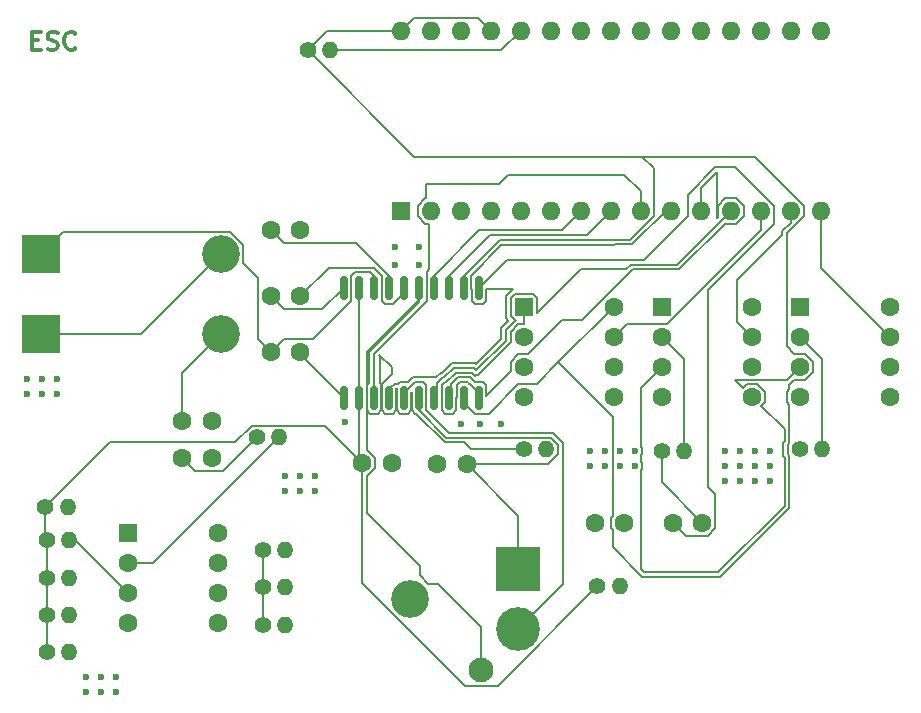
<source format=gbr>
%TF.GenerationSoftware,KiCad,Pcbnew,9.0.1*%
%TF.CreationDate,2025-05-22T16:31:06+05:30*%
%TF.ProjectId,escDesign,65736344-6573-4696-976e-2e6b69636164,rev?*%
%TF.SameCoordinates,Original*%
%TF.FileFunction,Copper,L1,Top*%
%TF.FilePolarity,Positive*%
%FSLAX46Y46*%
G04 Gerber Fmt 4.6, Leading zero omitted, Abs format (unit mm)*
G04 Created by KiCad (PCBNEW 9.0.1) date 2025-05-22 16:31:06*
%MOMM*%
%LPD*%
G01*
G04 APERTURE LIST*
G04 Aperture macros list*
%AMRoundRect*
0 Rectangle with rounded corners*
0 $1 Rounding radius*
0 $2 $3 $4 $5 $6 $7 $8 $9 X,Y pos of 4 corners*
0 Add a 4 corners polygon primitive as box body*
4,1,4,$2,$3,$4,$5,$6,$7,$8,$9,$2,$3,0*
0 Add four circle primitives for the rounded corners*
1,1,$1+$1,$2,$3*
1,1,$1+$1,$4,$5*
1,1,$1+$1,$6,$7*
1,1,$1+$1,$8,$9*
0 Add four rect primitives between the rounded corners*
20,1,$1+$1,$2,$3,$4,$5,0*
20,1,$1+$1,$4,$5,$6,$7,0*
20,1,$1+$1,$6,$7,$8,$9,0*
20,1,$1+$1,$8,$9,$2,$3,0*%
G04 Aperture macros list end*
%ADD10C,0.300000*%
%TA.AperFunction,NonConductor*%
%ADD11C,0.300000*%
%TD*%
%TA.AperFunction,ComponentPad*%
%ADD12C,1.400000*%
%TD*%
%TA.AperFunction,ComponentPad*%
%ADD13O,1.400000X1.400000*%
%TD*%
%TA.AperFunction,ComponentPad*%
%ADD14C,1.600000*%
%TD*%
%TA.AperFunction,ComponentPad*%
%ADD15RoundRect,0.250000X-0.550000X-0.550000X0.550000X-0.550000X0.550000X0.550000X-0.550000X0.550000X0*%
%TD*%
%TA.AperFunction,ComponentPad*%
%ADD16R,3.200000X3.200000*%
%TD*%
%TA.AperFunction,ComponentPad*%
%ADD17O,3.200000X3.200000*%
%TD*%
%TA.AperFunction,ComponentPad*%
%ADD18R,1.600000X1.600000*%
%TD*%
%TA.AperFunction,ComponentPad*%
%ADD19O,1.600000X1.600000*%
%TD*%
%TA.AperFunction,ComponentPad*%
%ADD20R,3.700000X3.700000*%
%TD*%
%TA.AperFunction,ComponentPad*%
%ADD21C,3.700000*%
%TD*%
%TA.AperFunction,ComponentPad*%
%ADD22C,2.100000*%
%TD*%
%TA.AperFunction,ComponentPad*%
%ADD23C,3.200000*%
%TD*%
%TA.AperFunction,SMDPad,CuDef*%
%ADD24RoundRect,0.150000X0.150000X-0.875000X0.150000X0.875000X-0.150000X0.875000X-0.150000X-0.875000X0*%
%TD*%
%TA.AperFunction,ViaPad*%
%ADD25C,0.600000*%
%TD*%
%TA.AperFunction,Conductor*%
%ADD26C,0.200000*%
%TD*%
G04 APERTURE END LIST*
D10*
D11*
X132507510Y-97944282D02*
X133007510Y-97944282D01*
X133221796Y-98729996D02*
X132507510Y-98729996D01*
X132507510Y-98729996D02*
X132507510Y-97229996D01*
X132507510Y-97229996D02*
X133221796Y-97229996D01*
X133793225Y-98658568D02*
X134007511Y-98729996D01*
X134007511Y-98729996D02*
X134364653Y-98729996D01*
X134364653Y-98729996D02*
X134507511Y-98658568D01*
X134507511Y-98658568D02*
X134578939Y-98587139D01*
X134578939Y-98587139D02*
X134650368Y-98444282D01*
X134650368Y-98444282D02*
X134650368Y-98301425D01*
X134650368Y-98301425D02*
X134578939Y-98158568D01*
X134578939Y-98158568D02*
X134507511Y-98087139D01*
X134507511Y-98087139D02*
X134364653Y-98015710D01*
X134364653Y-98015710D02*
X134078939Y-97944282D01*
X134078939Y-97944282D02*
X133936082Y-97872853D01*
X133936082Y-97872853D02*
X133864653Y-97801425D01*
X133864653Y-97801425D02*
X133793225Y-97658568D01*
X133793225Y-97658568D02*
X133793225Y-97515710D01*
X133793225Y-97515710D02*
X133864653Y-97372853D01*
X133864653Y-97372853D02*
X133936082Y-97301425D01*
X133936082Y-97301425D02*
X134078939Y-97229996D01*
X134078939Y-97229996D02*
X134436082Y-97229996D01*
X134436082Y-97229996D02*
X134650368Y-97301425D01*
X136150367Y-98587139D02*
X136078939Y-98658568D01*
X136078939Y-98658568D02*
X135864653Y-98729996D01*
X135864653Y-98729996D02*
X135721796Y-98729996D01*
X135721796Y-98729996D02*
X135507510Y-98658568D01*
X135507510Y-98658568D02*
X135364653Y-98515710D01*
X135364653Y-98515710D02*
X135293224Y-98372853D01*
X135293224Y-98372853D02*
X135221796Y-98087139D01*
X135221796Y-98087139D02*
X135221796Y-97872853D01*
X135221796Y-97872853D02*
X135293224Y-97587139D01*
X135293224Y-97587139D02*
X135364653Y-97444282D01*
X135364653Y-97444282D02*
X135507510Y-97301425D01*
X135507510Y-97301425D02*
X135721796Y-97229996D01*
X135721796Y-97229996D02*
X135864653Y-97229996D01*
X135864653Y-97229996D02*
X136078939Y-97301425D01*
X136078939Y-97301425D02*
X136150367Y-97372853D01*
D12*
%TO.P,R9,1*%
%TO.N,Net-(U7--)*%
X152003000Y-147422000D03*
D13*
%TO.P,R9,2*%
%TO.N,Net-(U2-OUT3)*%
X153903000Y-147422000D03*
%TD*%
D12*
%TO.P,R10,1*%
%TO.N,Net-(U2-OUT1)*%
X197490000Y-132588000D03*
D13*
%TO.P,R10,2*%
%TO.N,Net-(U9-+)*%
X199390000Y-132588000D03*
%TD*%
D14*
%TO.P,C3,1*%
%TO.N,+5V*%
X145181000Y-130175000D03*
%TO.P,C3,2*%
%TO.N,GND*%
X147681000Y-130175000D03*
%TD*%
%TO.P,C1,1*%
%TO.N,Net-(U2-SENSE1)*%
X160421000Y-133731000D03*
%TO.P,C1,2*%
%TO.N,GND*%
X162921000Y-133731000D03*
%TD*%
D15*
%TO.P,U10,1,GND*%
%TO.N,GND*%
X140589000Y-139700000D03*
D14*
%TO.P,U10,2,+*%
%TO.N,Net-(U10-+)*%
X140589000Y-142240000D03*
%TO.P,U10,3,-*%
%TO.N,Net-(U10--)*%
X140589000Y-144780000D03*
%TO.P,U10,4,V-*%
%TO.N,unconnected-(U10-V--Pad4)*%
X140589000Y-147320000D03*
%TO.P,U10,5,BAL*%
%TO.N,unconnected-(U10-BAL-Pad5)*%
X148209000Y-147320000D03*
%TO.P,U10,6,STRB*%
%TO.N,unconnected-(U10-STRB-Pad6)*%
X148209000Y-144780000D03*
%TO.P,U10,7*%
%TO.N,Net-(A2-D3)*%
X148209000Y-142240000D03*
%TO.P,U10,8,V+*%
%TO.N,+5V*%
X148209000Y-139700000D03*
%TD*%
D12*
%TO.P,R7,1*%
%TO.N,Net-(U7--)*%
X152003000Y-141122000D03*
D13*
%TO.P,R7,2*%
%TO.N,Net-(U2-OUT1)*%
X153903000Y-141122000D03*
%TD*%
D14*
%TO.P,C7,1*%
%TO.N,GND*%
X166771000Y-133858000D03*
%TO.P,C7,2*%
%TO.N,Net-(U2-OUT1)*%
X169271000Y-133858000D03*
%TD*%
D15*
%TO.P,U8,1,GND*%
%TO.N,GND*%
X174117000Y-120523000D03*
D14*
%TO.P,U8,2,+*%
%TO.N,Net-(U8-+)*%
X174117000Y-123063000D03*
%TO.P,U8,3,-*%
%TO.N,Net-(U7--)*%
X174117000Y-125603000D03*
%TO.P,U8,4,V-*%
%TO.N,unconnected-(U8-V--Pad4)*%
X174117000Y-128143000D03*
%TO.P,U8,5,BAL*%
%TO.N,unconnected-(U8-BAL-Pad5)*%
X181737000Y-128143000D03*
%TO.P,U8,6,STRB*%
%TO.N,unconnected-(U8-STRB-Pad6)*%
X181737000Y-125603000D03*
%TO.P,U8,7*%
%TO.N,Net-(A2-D10)*%
X181737000Y-123063000D03*
%TO.P,U8,8,V+*%
%TO.N,+5V*%
X181737000Y-120523000D03*
%TD*%
%TO.P,C9,1*%
%TO.N,GND*%
X180126000Y-138811000D03*
%TO.P,C9,2*%
%TO.N,Net-(U2-OUT3)*%
X182626000Y-138811000D03*
%TD*%
D16*
%TO.P,D1,1,K*%
%TO.N,Net-(D1-K)*%
X133223000Y-116059000D03*
D17*
%TO.P,D1,2,A*%
%TO.N,Net-(D1-A)*%
X148463000Y-116059000D03*
%TD*%
D12*
%TO.P,R2,1*%
%TO.N,Net-(U2-SENSE1)*%
X133736000Y-143433000D03*
D13*
%TO.P,R2,2*%
%TO.N,GND*%
X135636000Y-143433000D03*
%TD*%
D18*
%TO.P,A2,1,D1/TX*%
%TO.N,unconnected-(A2-D1{slash}TX-Pad1)*%
X163703000Y-112395000D03*
D19*
%TO.P,A2,2,D0/RX*%
%TO.N,unconnected-(A2-D0{slash}RX-Pad2)*%
X166243000Y-112395000D03*
%TO.P,A2,3,~{RESET}*%
%TO.N,unconnected-(A2-~{RESET}-Pad3)*%
X168783000Y-112395000D03*
%TO.P,A2,4,GND*%
%TO.N,GND*%
X171323000Y-112395000D03*
%TO.P,A2,5,D2*%
%TO.N,unconnected-(A2-D2-Pad5)*%
X173863000Y-112395000D03*
%TO.P,A2,6,D3*%
%TO.N,Net-(A2-D3)*%
X176403000Y-112395000D03*
%TO.P,A2,7,D4*%
%TO.N,/D4*%
X178943000Y-112395000D03*
%TO.P,A2,8,D5*%
%TO.N,/D5*%
X181483000Y-112395000D03*
%TO.P,A2,9,D6*%
%TO.N,/D6*%
X184023000Y-112395000D03*
%TO.P,A2,10,D7*%
%TO.N,/D7*%
X186563000Y-112395000D03*
%TO.P,A2,11,D8*%
%TO.N,/D8*%
X189103000Y-112395000D03*
%TO.P,A2,12,D9*%
%TO.N,/D9*%
X191643000Y-112395000D03*
%TO.P,A2,13,D10*%
%TO.N,Net-(A2-D10)*%
X194183000Y-112395000D03*
%TO.P,A2,14,D11*%
%TO.N,Net-(A2-D11)*%
X196723000Y-112395000D03*
%TO.P,A2,15,D12*%
%TO.N,Net-(A2-D12)*%
X199263000Y-112395000D03*
%TO.P,A2,16,D13*%
%TO.N,unconnected-(A2-D13-Pad16)*%
X199263000Y-97155000D03*
%TO.P,A2,17,3V3*%
%TO.N,unconnected-(A2-3V3-Pad17)*%
X196723000Y-97155000D03*
%TO.P,A2,18,AREF*%
%TO.N,unconnected-(A2-AREF-Pad18)*%
X194183000Y-97155000D03*
%TO.P,A2,19,A0*%
%TO.N,unconnected-(A2-A0-Pad19)*%
X191643000Y-97155000D03*
%TO.P,A2,20,A1*%
%TO.N,unconnected-(A2-A1-Pad20)*%
X189103000Y-97155000D03*
%TO.P,A2,21,A2*%
%TO.N,unconnected-(A2-A2-Pad21)*%
X186563000Y-97155000D03*
%TO.P,A2,22,A3*%
%TO.N,unconnected-(A2-A3-Pad22)*%
X184023000Y-97155000D03*
%TO.P,A2,23,A4*%
%TO.N,unconnected-(A2-A4-Pad23)*%
X181483000Y-97155000D03*
%TO.P,A2,24,A5*%
%TO.N,unconnected-(A2-A5-Pad24)*%
X178943000Y-97155000D03*
%TO.P,A2,25,A6*%
%TO.N,unconnected-(A2-A6-Pad25)*%
X176403000Y-97155000D03*
%TO.P,A2,26,A7*%
%TO.N,Net-(A2-A7)*%
X173863000Y-97155000D03*
%TO.P,A2,27,+5V*%
%TO.N,+5V*%
X171323000Y-97155000D03*
%TO.P,A2,28,~{RESET}*%
%TO.N,unconnected-(A2-~{RESET}-Pad28)*%
X168783000Y-97155000D03*
%TO.P,A2,29,GND*%
%TO.N,GND*%
X166243000Y-97155000D03*
%TO.P,A2,30,VIN*%
%TO.N,+5V*%
X163703000Y-97155000D03*
%TD*%
D15*
%TO.P,U9,1,GND*%
%TO.N,GND*%
X197485000Y-120523000D03*
D14*
%TO.P,U9,2,+*%
%TO.N,Net-(U9-+)*%
X197485000Y-123063000D03*
%TO.P,U9,3,-*%
%TO.N,Net-(U7--)*%
X197485000Y-125603000D03*
%TO.P,U9,4,V-*%
%TO.N,unconnected-(U9-V--Pad4)*%
X197485000Y-128143000D03*
%TO.P,U9,5,BAL*%
%TO.N,unconnected-(U9-BAL-Pad5)*%
X205105000Y-128143000D03*
%TO.P,U9,6,STRB*%
%TO.N,unconnected-(U9-STRB-Pad6)*%
X205105000Y-125603000D03*
%TO.P,U9,7*%
%TO.N,Net-(A2-D12)*%
X205105000Y-123063000D03*
%TO.P,U9,8,V+*%
%TO.N,+5V*%
X205105000Y-120523000D03*
%TD*%
D12*
%TO.P,R11,1*%
%TO.N,Net-(U2-OUT2)*%
X185785000Y-132715000D03*
D13*
%TO.P,R11,2*%
%TO.N,Net-(U7-+)*%
X187685000Y-132715000D03*
%TD*%
D12*
%TO.P,R5,1*%
%TO.N,Net-(U2-SENSE1)*%
X180345000Y-144145000D03*
D13*
%TO.P,R5,2*%
%TO.N,GND*%
X182245000Y-144145000D03*
%TD*%
D12*
%TO.P,R6,1*%
%TO.N,Net-(U2-SENSE1)*%
X133600000Y-137439000D03*
D13*
%TO.P,R6,2*%
%TO.N,GND*%
X135500000Y-137439000D03*
%TD*%
D16*
%TO.P,D2,1,K*%
%TO.N,Net-(D1-A)*%
X133223000Y-122809000D03*
D17*
%TO.P,D2,2,A*%
%TO.N,+5V*%
X148463000Y-122809000D03*
%TD*%
D12*
%TO.P,R8,1*%
%TO.N,Net-(U7--)*%
X152003000Y-144272000D03*
D13*
%TO.P,R8,2*%
%TO.N,Net-(U2-OUT2)*%
X153903000Y-144272000D03*
%TD*%
D12*
%TO.P,RV1,1,1*%
%TO.N,+5V*%
X155813000Y-98806000D03*
D13*
%TO.P,RV1,2,2*%
%TO.N,Net-(A2-A7)*%
X157713000Y-98806000D03*
%TD*%
D15*
%TO.P,U7,1,GND*%
%TO.N,GND*%
X185806000Y-120523000D03*
D14*
%TO.P,U7,2,+*%
%TO.N,Net-(U7-+)*%
X185806000Y-123063000D03*
%TO.P,U7,3,-*%
%TO.N,Net-(U7--)*%
X185806000Y-125603000D03*
%TO.P,U7,4,V-*%
%TO.N,unconnected-(U7-V--Pad4)*%
X185806000Y-128143000D03*
%TO.P,U7,5,BAL*%
%TO.N,unconnected-(U7-BAL-Pad5)*%
X193426000Y-128143000D03*
%TO.P,U7,6,STRB*%
%TO.N,unconnected-(U7-STRB-Pad6)*%
X193426000Y-125603000D03*
%TO.P,U7,7*%
%TO.N,Net-(A2-D11)*%
X193426000Y-123063000D03*
%TO.P,U7,8,V+*%
%TO.N,+5V*%
X193426000Y-120523000D03*
%TD*%
%TO.P,C4,1*%
%TO.N,Net-(U2-VREF)*%
X155174000Y-119634000D03*
%TO.P,C4,2*%
%TO.N,GND*%
X152674000Y-119634000D03*
%TD*%
D12*
%TO.P,R1,1*%
%TO.N,Net-(U2-SENSE1)*%
X133736000Y-140283000D03*
D13*
%TO.P,R1,2*%
%TO.N,Net-(U10--)*%
X135636000Y-140283000D03*
%TD*%
D12*
%TO.P,R12,1*%
%TO.N,Net-(U2-OUT3)*%
X174122000Y-132588000D03*
D13*
%TO.P,R12,2*%
%TO.N,Net-(U8-+)*%
X176022000Y-132588000D03*
%TD*%
D14*
%TO.P,C8,1*%
%TO.N,GND*%
X186730000Y-138811000D03*
%TO.P,C8,2*%
%TO.N,Net-(U2-OUT2)*%
X189230000Y-138811000D03*
%TD*%
D12*
%TO.P,R4,1*%
%TO.N,Net-(U2-SENSE1)*%
X133736000Y-149733000D03*
D13*
%TO.P,R4,2*%
%TO.N,GND*%
X135636000Y-149733000D03*
%TD*%
D14*
%TO.P,C2,1*%
%TO.N,+5V*%
X145201000Y-133350000D03*
%TO.P,C2,2*%
%TO.N,GND*%
X147701000Y-133350000D03*
%TD*%
%TO.P,C6,1*%
%TO.N,Net-(U2-VCP)*%
X152694000Y-114046000D03*
%TO.P,C6,2*%
%TO.N,Net-(D1-A)*%
X155194000Y-114046000D03*
%TD*%
%TO.P,C5,1*%
%TO.N,Net-(D1-K)*%
X152674000Y-124333000D03*
%TO.P,C5,2*%
%TO.N,GND*%
X155174000Y-124333000D03*
%TD*%
D12*
%TO.P,RV2,1,1*%
%TO.N,+5V*%
X151495000Y-131572000D03*
D13*
%TO.P,RV2,2,2*%
%TO.N,Net-(U10-+)*%
X153395000Y-131572000D03*
%TD*%
D20*
%TO.P,J1,1,1*%
%TO.N,Net-(U2-OUT1)*%
X173647000Y-142748000D03*
D21*
%TO.P,J1,2,2*%
%TO.N,Net-(U2-OUT2)*%
X173647000Y-147748000D03*
D22*
%TO.P,J1,3,3*%
%TO.N,Net-(U2-OUT3)*%
X170497000Y-151248000D03*
D23*
%TO.P,J1,4,Shield*%
%TO.N,unconnected-(J1-Shield-Pad4)*%
X164497000Y-145248000D03*
%TD*%
D24*
%TO.P,U2,1,GND*%
%TO.N,GND*%
X158877000Y-128221000D03*
%TO.P,U2,2,SENSE1*%
%TO.N,Net-(U2-SENSE1)*%
X160147000Y-128221000D03*
%TO.P,U2,3,EN2*%
%TO.N,/D6*%
X161417000Y-128221000D03*
%TO.P,U2,4,IN2*%
%TO.N,/D7*%
X162687000Y-128221000D03*
%TO.P,U2,5,OUT2*%
%TO.N,Net-(U2-OUT2)*%
X163957000Y-128221000D03*
%TO.P,U2,6,OUT1*%
%TO.N,Net-(U2-OUT1)*%
X165227000Y-128221000D03*
%TO.P,U2,7,IN1*%
%TO.N,/D9*%
X166497000Y-128221000D03*
%TO.P,U2,8,EN1*%
%TO.N,/D8*%
X167767000Y-128221000D03*
%TO.P,U2,9,Vs*%
%TO.N,+5V*%
X169037000Y-128221000D03*
%TO.P,U2,10,GND*%
%TO.N,GND*%
X170307000Y-128221000D03*
%TO.P,U2,11,GND*%
X170307000Y-118921000D03*
%TO.P,U2,12,Vs*%
%TO.N,+5V*%
X169037000Y-118921000D03*
%TO.P,U2,13,EN3*%
%TO.N,/D5*%
X167767000Y-118921000D03*
%TO.P,U2,14,IN3*%
%TO.N,/D4*%
X166497000Y-118921000D03*
%TO.P,U2,15,OUT3*%
%TO.N,Net-(U2-OUT3)*%
X165227000Y-118921000D03*
%TO.P,U2,16,VREF*%
%TO.N,Net-(U2-VREF)*%
X163957000Y-118921000D03*
%TO.P,U2,17,VCP*%
%TO.N,Net-(U2-VCP)*%
X162687000Y-118921000D03*
%TO.P,U2,18,VBOOT*%
%TO.N,Net-(D1-K)*%
X161417000Y-118921000D03*
%TO.P,U2,19,SENSE2*%
%TO.N,Net-(U2-SENSE1)*%
X160147000Y-118921000D03*
%TO.P,U2,20,GND*%
%TO.N,GND*%
X158877000Y-118921000D03*
%TD*%
D12*
%TO.P,R3,1*%
%TO.N,Net-(U2-SENSE1)*%
X133736000Y-146583000D03*
D13*
%TO.P,R3,2*%
%TO.N,GND*%
X135636000Y-146583000D03*
%TD*%
D25*
%TO.N,*%
X183515000Y-132715000D03*
X155194000Y-134874000D03*
X183515000Y-133985000D03*
X133350000Y-126619000D03*
X132080000Y-126619000D03*
X180975000Y-133985000D03*
X133350000Y-127889000D03*
X193675000Y-135255000D03*
X134620000Y-126619000D03*
X172212000Y-130429000D03*
X191135000Y-133985000D03*
X194945000Y-133985000D03*
X179705000Y-132715000D03*
X139573000Y-151892000D03*
X191135000Y-135255000D03*
X137033000Y-151892000D03*
X134620000Y-127889000D03*
X193675000Y-132715000D03*
X194945000Y-135255000D03*
X138303000Y-151892000D03*
X138303000Y-153162000D03*
X182245000Y-132715000D03*
X192405000Y-133985000D03*
X192405000Y-135255000D03*
X159004000Y-130302000D03*
X182245000Y-133985000D03*
X165227000Y-116967000D03*
X179705000Y-133985000D03*
X156464000Y-134874000D03*
X163195000Y-116967000D03*
X168783000Y-130429000D03*
X163195000Y-115443000D03*
X153924000Y-136144000D03*
X155194000Y-136144000D03*
X192405000Y-132715000D03*
X170434000Y-130429000D03*
X153924000Y-134874000D03*
X194945000Y-132715000D03*
X193675000Y-133985000D03*
X132080000Y-127889000D03*
X191135000Y-132715000D03*
X165227000Y-115443000D03*
X180975000Y-132715000D03*
X137033000Y-153162000D03*
X139573000Y-153162000D03*
X156464000Y-136144000D03*
%TD*%
D26*
%TO.N,Net-(A2-D11)*%
X192151000Y-118237000D02*
X192151000Y-121788000D01*
X196723000Y-113384950D02*
X195983000Y-114124950D01*
X195983000Y-114405000D02*
X192151000Y-118237000D01*
X192151000Y-121788000D02*
X193426000Y-123063000D01*
X195983000Y-114124950D02*
X195983000Y-114405000D01*
X196723000Y-112395000D02*
X196723000Y-113384950D01*
%TO.N,Net-(A2-D12)*%
X199263000Y-117221000D02*
X205105000Y-123063000D01*
X199263000Y-112395000D02*
X199263000Y-117221000D01*
%TO.N,Net-(A2-D10)*%
X186262050Y-121962000D02*
X182838000Y-121962000D01*
X182838000Y-121962000D02*
X181737000Y-123063000D01*
X194183000Y-112395000D02*
X194183000Y-114041050D01*
X194183000Y-114041050D02*
X186262050Y-121962000D01*
%TO.N,Net-(A2-A7)*%
X172212000Y-98806000D02*
X157713000Y-98806000D01*
X173863000Y-97155000D02*
X172212000Y-98806000D01*
%TO.N,/D6*%
X165142000Y-111938950D02*
X165786950Y-111294000D01*
X172813950Y-109347000D02*
X182626000Y-109347000D01*
X165142000Y-112851050D02*
X165142000Y-111938950D01*
X165786950Y-113496000D02*
X165142000Y-112851050D01*
X165862000Y-111294000D02*
X165862000Y-110118950D01*
X165862000Y-110118950D02*
X165852050Y-110109000D01*
X161417000Y-128221000D02*
X161417000Y-124465968D01*
X165896000Y-119986968D02*
X165896000Y-117568000D01*
X182626000Y-109347000D02*
X184023000Y-110744000D01*
X165896000Y-117568000D02*
X166116000Y-117348000D01*
X172051950Y-110109000D02*
X172813950Y-109347000D01*
X165852050Y-110109000D02*
X172051950Y-110109000D01*
X166116000Y-117348000D02*
X166116000Y-113496000D01*
X165786950Y-111294000D02*
X165862000Y-111294000D01*
X166116000Y-113496000D02*
X165786950Y-113496000D01*
X184023000Y-110744000D02*
X184023000Y-112395000D01*
X161417000Y-124465968D02*
X165896000Y-119986968D01*
%TO.N,GND*%
X170002200Y-126288800D02*
X169963100Y-126327900D01*
X168368000Y-128177000D02*
X168436000Y-128109000D01*
X155174000Y-124518000D02*
X155174000Y-124333000D01*
X172682000Y-116546000D02*
X184307050Y-116546000D01*
X170307000Y-127806000D02*
X170307000Y-128221000D01*
X173016000Y-123529000D02*
X170256200Y-126288800D01*
X173016000Y-122606950D02*
X173016000Y-123529000D01*
X157063000Y-120735000D02*
X153775000Y-120735000D01*
X168368000Y-129286968D02*
X168368000Y-128177000D01*
X170256200Y-126288800D02*
X170002200Y-126288800D01*
X189738000Y-119053150D02*
X189738000Y-135763000D01*
X167426032Y-126895000D02*
X167166000Y-127155032D01*
X158877000Y-128221000D02*
X155174000Y-124518000D01*
X168696032Y-126895000D02*
X169377968Y-126895000D01*
X174117000Y-120523000D02*
X174117000Y-121962000D01*
X184307050Y-116546000D02*
X188002000Y-112851050D01*
X190331000Y-139267050D02*
X189686050Y-139912000D01*
X168363832Y-126093000D02*
X167566000Y-126890832D01*
X187831000Y-139912000D02*
X186730000Y-138811000D01*
X174117000Y-121962000D02*
X173660950Y-121962000D01*
X188002000Y-111023900D02*
X190333900Y-108692000D01*
X188002000Y-112851050D02*
X188002000Y-111023900D01*
X169728200Y-126093000D02*
X168363832Y-126093000D01*
X169523000Y-127022000D02*
X170307000Y-127806000D01*
X192037050Y-108692000D02*
X195284000Y-111938950D01*
X189686050Y-139912000D02*
X187831000Y-139912000D01*
X153775000Y-120735000D02*
X152674000Y-119634000D01*
X173660950Y-121962000D02*
X173016000Y-122606950D01*
X169377968Y-126895000D02*
X169513984Y-127031016D01*
X170307000Y-118921000D02*
X172682000Y-116546000D01*
X167166000Y-127155032D02*
X167166000Y-129286968D01*
X168436000Y-128109000D02*
X168436000Y-127155032D01*
X167566000Y-126895000D02*
X167426032Y-126895000D01*
X195284000Y-113507150D02*
X189738000Y-119053150D01*
X169963100Y-126327900D02*
X169728200Y-126093000D01*
X189738000Y-135763000D02*
X190331000Y-136356000D01*
X167566000Y-126890832D02*
X167566000Y-126895000D01*
X190333900Y-108692000D02*
X192037050Y-108692000D01*
X158877000Y-118921000D02*
X157063000Y-120735000D01*
X190331000Y-136356000D02*
X190331000Y-139267050D01*
X168107968Y-129547000D02*
X168368000Y-129286968D01*
X167426032Y-129547000D02*
X168107968Y-129547000D01*
X195284000Y-111938950D02*
X195284000Y-113507150D01*
X167166000Y-129286968D02*
X167426032Y-129547000D01*
X168436000Y-127155032D02*
X168696032Y-126895000D01*
X169513984Y-127031016D02*
X169523000Y-127022000D01*
%TO.N,+5V*%
X171155950Y-129547000D02*
X173660950Y-127042000D01*
X155813000Y-98806000D02*
X164830000Y-107823000D01*
X197028950Y-124502000D02*
X197941050Y-124502000D01*
X145181000Y-126091000D02*
X145181000Y-130175000D01*
X197028950Y-126704000D02*
X196596000Y-127136950D01*
X181644000Y-139386050D02*
X181525000Y-139267050D01*
X193708050Y-107823000D02*
X197824000Y-111938950D01*
X169037000Y-128617968D02*
X169966032Y-129547000D01*
X197824000Y-111938950D02*
X197824000Y-112851050D01*
X181525000Y-139267050D02*
X181525000Y-138354950D01*
X145201000Y-133350000D02*
X146302000Y-134451000D01*
X196384000Y-123857050D02*
X197028950Y-124502000D01*
X184150000Y-107823000D02*
X193708050Y-107823000D01*
X170222000Y-96054000D02*
X171323000Y-97155000D01*
X181525000Y-138354950D02*
X181644000Y-138235950D01*
X148463000Y-122809000D02*
X145181000Y-126091000D01*
X157464000Y-97155000D02*
X163703000Y-97155000D01*
X146302000Y-134451000D02*
X148616000Y-134451000D01*
X196596000Y-133109628D02*
X196596000Y-137541000D01*
X172105001Y-114828000D02*
X183147050Y-114828000D01*
X169037000Y-128221000D02*
X169037000Y-128617968D01*
X196596000Y-132066372D02*
X196489000Y-132173372D01*
X177038000Y-125222000D02*
X181737000Y-120523000D01*
X148616000Y-134451000D02*
X151495000Y-131572000D01*
X196596000Y-127474950D02*
X196384000Y-127686950D01*
X169037000Y-118921000D02*
X169037000Y-117896001D01*
X181644000Y-140877000D02*
X181644000Y-139386050D01*
X184150000Y-143383000D02*
X181644000Y-140877000D01*
X196384000Y-114291050D02*
X196384000Y-123857050D01*
X175218000Y-127042000D02*
X177038000Y-125222000D01*
X163703000Y-97155000D02*
X164804000Y-96054000D01*
X164830000Y-107823000D02*
X184150000Y-107823000D01*
X196596000Y-128811050D02*
X196596000Y-132066372D01*
X169037000Y-117896001D02*
X172105001Y-114828000D01*
X196489000Y-132173372D02*
X196489000Y-133002628D01*
X196384000Y-128599050D02*
X196596000Y-128811050D01*
X169966032Y-129547000D02*
X171155950Y-129547000D01*
X198586000Y-126059050D02*
X197941050Y-126704000D01*
X198586000Y-125146950D02*
X198586000Y-126059050D01*
X164804000Y-96054000D02*
X170222000Y-96054000D01*
X196596000Y-127136950D02*
X196596000Y-127474950D01*
X190754000Y-143383000D02*
X184150000Y-143383000D01*
X183147050Y-114828000D02*
X185124000Y-112851050D01*
X181644000Y-138235950D02*
X181644000Y-129828000D01*
X196596000Y-137541000D02*
X190754000Y-143383000D01*
X197941050Y-124502000D02*
X198586000Y-125146950D01*
X155813000Y-98806000D02*
X157464000Y-97155000D01*
X173660950Y-127042000D02*
X175218000Y-127042000D01*
X185124000Y-108797000D02*
X184150000Y-107823000D01*
X185124000Y-112851050D02*
X185124000Y-108797000D01*
X197941050Y-126704000D02*
X197028950Y-126704000D01*
X196384000Y-127686950D02*
X196384000Y-128599050D01*
X181644000Y-129828000D02*
X177038000Y-125222000D01*
X196489000Y-133002628D02*
X196596000Y-133109628D01*
X197824000Y-112851050D02*
X196384000Y-114291050D01*
%TO.N,/D5*%
X167767000Y-117896001D02*
X171236001Y-114427000D01*
X171236001Y-114427000D02*
X179451000Y-114427000D01*
X179451000Y-114427000D02*
X181483000Y-112395000D01*
X167767000Y-118921000D02*
X167767000Y-117896001D01*
%TO.N,/D8*%
X187257100Y-117348000D02*
X191148025Y-113457075D01*
X170647968Y-126895000D02*
X170908000Y-127155032D01*
X167767000Y-128221000D02*
X167967000Y-128221000D01*
X167967000Y-128221000D02*
X167967000Y-127056932D01*
X168529932Y-126494000D02*
X169562100Y-126494000D01*
X174456000Y-124502000D02*
X177334000Y-121624000D01*
X183354950Y-117348000D02*
X187257100Y-117348000D01*
X191186950Y-111294000D02*
X190542000Y-111938950D01*
X167967000Y-127056932D02*
X168529932Y-126494000D01*
X192744000Y-112851050D02*
X192744000Y-111938950D01*
X192099050Y-111294000D02*
X191186950Y-111294000D01*
X190500000Y-112970900D02*
X190500000Y-109093000D01*
X177334000Y-121624000D02*
X179078950Y-121624000D01*
X190580925Y-112889975D02*
X190500000Y-112970900D01*
X192744000Y-111938950D02*
X192099050Y-111294000D01*
X173016000Y-125942000D02*
X173016000Y-125146950D01*
X190500000Y-109093000D02*
X189103000Y-110490000D01*
X169562100Y-126494000D02*
X169964566Y-126896466D01*
X179078950Y-121624000D02*
X183354950Y-117348000D01*
X173660950Y-124502000D02*
X174456000Y-124502000D01*
X170908000Y-127155032D02*
X170908000Y-128050000D01*
X190542000Y-112851050D02*
X190580925Y-112889975D01*
X173016000Y-125146950D02*
X173660950Y-124502000D01*
X191148025Y-113457075D02*
X191186950Y-113496000D01*
X191186950Y-113496000D02*
X192099050Y-113496000D01*
X190542000Y-111938950D02*
X190542000Y-112851050D01*
X189103000Y-110490000D02*
X189103000Y-112395000D01*
X192099050Y-113496000D02*
X192744000Y-112851050D01*
X169964566Y-126896466D02*
X169966032Y-126895000D01*
X169966032Y-126895000D02*
X170647968Y-126895000D01*
X170908000Y-128050000D02*
X173016000Y-125942000D01*
%TO.N,/D4*%
X170347001Y-114046000D02*
X171049901Y-114046000D01*
X177312000Y-114026000D02*
X178943000Y-112395000D01*
X171049901Y-114046000D02*
X171069901Y-114026000D01*
X166497000Y-118921000D02*
X166497000Y-117896001D01*
X166497000Y-117896001D02*
X170347001Y-114046000D01*
X171069901Y-114026000D02*
X177312000Y-114026000D01*
%TO.N,/D7*%
X172184101Y-115316000D02*
X181792750Y-115316000D01*
X172214000Y-122274750D02*
X172814745Y-121674005D01*
X181879750Y-115229000D02*
X183313150Y-115229000D01*
X163189900Y-127023132D02*
X163487900Y-127023132D01*
X169638000Y-117862100D02*
X172184101Y-115316000D01*
X183313150Y-115229000D02*
X186355075Y-112187075D01*
X172814745Y-121674005D02*
X172615000Y-121474260D01*
X166692832Y-126494000D02*
X167093832Y-126093000D01*
X181792750Y-115316000D02*
X181879750Y-115229000D01*
X169638000Y-119021000D02*
X169638000Y-117862100D01*
X167093832Y-126093000D02*
X167229632Y-126093000D01*
X162887000Y-128221000D02*
X162887000Y-127326032D01*
X169966032Y-120247000D02*
X169706000Y-119986968D01*
X169706000Y-119021000D02*
X169638000Y-119021000D01*
X172615000Y-119571740D02*
X173165740Y-119021000D01*
X164719932Y-126494000D02*
X166692832Y-126494000D01*
X162687000Y-128221000D02*
X162887000Y-128221000D01*
X186355075Y-112187075D02*
X186563000Y-112395000D01*
X172615000Y-121474260D02*
X172615000Y-119571740D01*
X168031632Y-125291000D02*
X170060400Y-125291000D01*
X170090100Y-125320700D02*
X172214000Y-123196800D01*
X163616032Y-126895000D02*
X164297968Y-126895000D01*
X164297968Y-126895000D02*
X164308450Y-126905482D01*
X173165740Y-119021000D02*
X170908000Y-119021000D01*
X163487900Y-127023132D02*
X163616032Y-126895000D01*
X162887000Y-127326032D02*
X163189900Y-127023132D01*
X169706000Y-119986968D02*
X169706000Y-119021000D01*
X164308450Y-126905482D02*
X164719932Y-126494000D01*
X170908000Y-119021000D02*
X170908000Y-119986968D01*
X167229632Y-126093000D02*
X168031632Y-125291000D01*
X170060400Y-125291000D02*
X170090100Y-125320700D01*
X170908000Y-119986968D02*
X170647968Y-120247000D01*
X172214000Y-123196800D02*
X172214000Y-122274750D01*
X170647968Y-120247000D02*
X169966032Y-120247000D01*
%TO.N,/D9*%
X173331840Y-119422000D02*
X174902160Y-119422000D01*
X172615000Y-122440850D02*
X173431850Y-121624000D01*
X174902160Y-119422000D02*
X175218000Y-119737840D01*
X173016000Y-119737840D02*
X173331840Y-119422000D01*
X167395732Y-126494000D02*
X168197732Y-125692000D01*
X175218000Y-121073000D02*
X178943000Y-117348000D01*
X166765000Y-128221000D02*
X166765000Y-126988932D01*
X182787850Y-117348000D02*
X183188850Y-116947000D01*
X167259932Y-126494000D02*
X167395732Y-126494000D01*
X173331840Y-121624000D02*
X173016000Y-121308160D01*
X173431850Y-121624000D02*
X173331840Y-121624000D01*
X173016000Y-121308160D02*
X173016000Y-119737840D01*
X166765000Y-126988932D02*
X167259932Y-126494000D01*
X183188850Y-116947000D02*
X187091000Y-116947000D01*
X172615000Y-123362900D02*
X172615000Y-122440850D01*
X175218000Y-119737840D02*
X175218000Y-121073000D01*
X166497000Y-128221000D02*
X166765000Y-128221000D01*
X187091000Y-116947000D02*
X191643000Y-112395000D01*
X168197732Y-125692000D02*
X169894300Y-125692000D01*
X170090100Y-125887800D02*
X172615000Y-123362900D01*
X169894300Y-125692000D02*
X170090100Y-125887800D01*
X178943000Y-117348000D02*
X182787850Y-117348000D01*
%TO.N,Net-(U2-SENSE1)*%
X133736000Y-146583000D02*
X133736000Y-149733000D01*
X160421000Y-143860420D02*
X160421000Y-133731000D01*
X180345000Y-144145000D02*
X171891000Y-152599000D01*
X157261000Y-130571000D02*
X160421000Y-133731000D01*
X133736000Y-143433000D02*
X133736000Y-146583000D01*
X133736000Y-140283000D02*
X133736000Y-143433000D01*
X133600000Y-140147000D02*
X133736000Y-140283000D01*
X160147000Y-133457000D02*
X160147000Y-128221000D01*
X139052372Y-131986628D02*
X149664744Y-131986628D01*
X149664744Y-131986628D02*
X151080372Y-130571000D01*
X160147000Y-128221000D02*
X160147000Y-118921000D01*
X169159580Y-152599000D02*
X160421000Y-143860420D01*
X151080372Y-130571000D02*
X157261000Y-130571000D01*
X133600000Y-137439000D02*
X133600000Y-140147000D01*
X160421000Y-133731000D02*
X160147000Y-133457000D01*
X171891000Y-152599000D02*
X169159580Y-152599000D01*
X133600000Y-137439000D02*
X139052372Y-131986628D01*
%TO.N,Net-(U2-VREF)*%
X157614000Y-117194000D02*
X155174000Y-119634000D01*
X161417899Y-117194000D02*
X157614000Y-117194000D01*
X163957000Y-118921000D02*
X163957000Y-119317968D01*
X162346032Y-120247000D02*
X162086000Y-119986968D01*
X163027968Y-120247000D02*
X162346032Y-120247000D01*
X162086000Y-117862101D02*
X161417899Y-117194000D01*
X162086000Y-119986968D02*
X162086000Y-117862101D01*
X163957000Y-119317968D02*
X163027968Y-120247000D01*
%TO.N,Net-(D1-K)*%
X159478000Y-117923032D02*
X159478000Y-119986968D01*
X133223000Y-116059000D02*
X135124000Y-114158000D01*
X135124000Y-114158000D02*
X149250420Y-114158000D01*
X159478000Y-119986968D02*
X156232968Y-123232000D01*
X156232968Y-123232000D02*
X153775000Y-123232000D01*
X161417000Y-117896001D02*
X161115999Y-117595000D01*
X153775000Y-123232000D02*
X152674000Y-124333000D01*
X151573000Y-123232000D02*
X152674000Y-124333000D01*
X161417000Y-118921000D02*
X161417000Y-117896001D01*
X150364000Y-115271580D02*
X150364000Y-116836000D01*
X151573000Y-118045000D02*
X151573000Y-123232000D01*
X161115999Y-117595000D02*
X159806032Y-117595000D01*
X159806032Y-117595000D02*
X159478000Y-117923032D01*
X150364000Y-116836000D02*
X151573000Y-118045000D01*
X149250420Y-114158000D02*
X150364000Y-115271580D01*
%TO.N,Net-(D1-A)*%
X141713000Y-122809000D02*
X148463000Y-116059000D01*
X133223000Y-122809000D02*
X141713000Y-122809000D01*
%TO.N,Net-(U2-VCP)*%
X153795000Y-115147000D02*
X152694000Y-114046000D01*
X162687000Y-117896001D02*
X159937999Y-115147000D01*
X159937999Y-115147000D02*
X153795000Y-115147000D01*
X162687000Y-118921000D02*
X162687000Y-117896001D01*
%TO.N,Net-(U2-OUT1)*%
X169271000Y-133858000D02*
X176167628Y-133858000D01*
X176436628Y-131587000D02*
X167568002Y-131587000D01*
X173647000Y-142748000D02*
X173647000Y-138234000D01*
X165227000Y-129245999D02*
X165227000Y-128221000D01*
X173647000Y-138234000D02*
X169271000Y-133858000D01*
X177023000Y-133002628D02*
X177023000Y-132173372D01*
X176167628Y-133858000D02*
X177023000Y-133002628D01*
X177023000Y-132173372D02*
X176436628Y-131587000D01*
X167568002Y-131587000D02*
X165227000Y-129245999D01*
%TO.N,Net-(U2-OUT2)*%
X165828000Y-127155032D02*
X165567968Y-126895000D01*
X185785000Y-132715000D02*
X185785000Y-135366000D01*
X177424000Y-143971000D02*
X177424000Y-132007272D01*
X177424000Y-132007272D02*
X176602728Y-131186000D01*
X165828000Y-129252000D02*
X165828000Y-127155032D01*
X163957000Y-127824032D02*
X163957000Y-128221000D01*
X176602728Y-131186000D02*
X167762000Y-131186000D01*
X185785000Y-135366000D02*
X189230000Y-138811000D01*
X165567968Y-126895000D02*
X164886032Y-126895000D01*
X173647000Y-147748000D02*
X177424000Y-143971000D01*
X164886032Y-126895000D02*
X163957000Y-127824032D01*
X167762000Y-131186000D02*
X165828000Y-129252000D01*
%TO.N,Net-(U2-OUT3)*%
X162941000Y-125603000D02*
X161894034Y-124556034D01*
X164297968Y-129547000D02*
X164558000Y-129286968D01*
X162346032Y-129547000D02*
X163027968Y-129547000D01*
X163288000Y-129286968D02*
X163288000Y-127492132D01*
X161757968Y-129547000D02*
X162018000Y-129286968D01*
X161016000Y-126955032D02*
X160816000Y-127155032D01*
X160816000Y-129286968D02*
X161076032Y-129547000D01*
X165296000Y-142436000D02*
X160822000Y-137962000D01*
X163616032Y-129547000D02*
X164297968Y-129547000D01*
X162086000Y-129286968D02*
X162346032Y-129547000D01*
X169072000Y-131988000D02*
X169672000Y-132588000D01*
X166809000Y-143949000D02*
X165999530Y-143949000D01*
X161076032Y-129547000D02*
X161757968Y-129547000D01*
X162018000Y-129286968D02*
X162018000Y-127155032D01*
X160822000Y-137962000D02*
X160822000Y-134832000D01*
X161925000Y-124587000D02*
X161925000Y-126994032D01*
X161522000Y-133274950D02*
X160877050Y-132630000D01*
X164626000Y-129286968D02*
X164886032Y-129547000D01*
X162018000Y-127155032D02*
X162941000Y-126232032D01*
X160822000Y-134832000D02*
X160877050Y-134832000D01*
X160816000Y-124356999D02*
X165227000Y-119945999D01*
X165227000Y-120088868D02*
X161016000Y-124299868D01*
X160877050Y-134832000D02*
X161522000Y-134187050D01*
X165296000Y-143245470D02*
X165296000Y-142436000D01*
X163027968Y-129547000D02*
X163288000Y-129286968D01*
X163356000Y-129286968D02*
X163616032Y-129547000D01*
X162941000Y-126232032D02*
X162941000Y-125603000D01*
X165227000Y-119945999D02*
X165227000Y-118921000D01*
X162086000Y-127155032D02*
X162086000Y-129286968D01*
X165999530Y-143949000D02*
X165296000Y-143245470D01*
X165227000Y-118921000D02*
X165227000Y-120088868D01*
X161522000Y-134187050D02*
X161522000Y-133274950D01*
X163288000Y-127492132D02*
X163356000Y-127424132D01*
X167401902Y-131988000D02*
X169072000Y-131988000D01*
X161925000Y-126994032D02*
X162086000Y-127155032D01*
X164558000Y-127790132D02*
X164626000Y-127722132D01*
X169672000Y-132588000D02*
X174122000Y-132588000D01*
X160816000Y-127155032D02*
X160816000Y-129286968D01*
X160877050Y-132630000D02*
X160816000Y-132630000D01*
X170497000Y-151248000D02*
X170497000Y-147637000D01*
X161016000Y-124299868D02*
X161016000Y-126955032D01*
X164886032Y-129547000D02*
X164960901Y-129547000D01*
X164558000Y-129286968D02*
X164558000Y-127790132D01*
X170497000Y-147637000D02*
X166809000Y-143949000D01*
X164960901Y-129547000D02*
X167401902Y-131988000D01*
X160816000Y-132630000D02*
X160816000Y-124356999D01*
X163356000Y-127424132D02*
X163356000Y-129286968D01*
X164626000Y-127722132D02*
X164626000Y-129286968D01*
X161894034Y-124556034D02*
X161925000Y-124587000D01*
%TO.N,Net-(U10--)*%
X136092000Y-140283000D02*
X135636000Y-140283000D01*
X140589000Y-144780000D02*
X136092000Y-140283000D01*
%TO.N,Net-(U7--)*%
X192666475Y-127345475D02*
X192969950Y-127042000D01*
X184023000Y-133643057D02*
X184023000Y-133056943D01*
X190587900Y-142982000D02*
X184316100Y-142982000D01*
X184116000Y-134233943D02*
X184116000Y-133736057D01*
X184023000Y-142688900D02*
X184023000Y-134326943D01*
X192025000Y-126704000D02*
X192666475Y-127345475D01*
X184116000Y-133736057D02*
X184023000Y-133643057D01*
X196195000Y-137374900D02*
X190587900Y-142982000D01*
X196088000Y-133168728D02*
X196195000Y-133275728D01*
X196195000Y-131900272D02*
X196088000Y-132007272D01*
X184023000Y-134326943D02*
X184116000Y-134233943D01*
X197485000Y-125603000D02*
X196384000Y-126704000D01*
X196384000Y-126704000D02*
X192025000Y-126704000D01*
X152003000Y-141122000D02*
X152003000Y-144272000D01*
X194527000Y-128599050D02*
X194223525Y-128902525D01*
X184116000Y-132963943D02*
X184116000Y-132466057D01*
X196088000Y-132007272D02*
X196088000Y-133168728D01*
X192969950Y-127042000D02*
X193882050Y-127042000D01*
X194527000Y-127686950D02*
X194527000Y-128599050D01*
X184023000Y-132373057D02*
X184023000Y-127386000D01*
X196195000Y-133275728D02*
X196195000Y-137374900D01*
X184316100Y-142982000D02*
X184023000Y-142688900D01*
X184023000Y-127386000D02*
X185806000Y-125603000D01*
X184116000Y-132466057D02*
X184023000Y-132373057D01*
X194223525Y-128902525D02*
X196195000Y-130874000D01*
X152003000Y-144272000D02*
X152003000Y-147422000D01*
X184023000Y-133056943D02*
X184116000Y-132963943D01*
X196195000Y-130874000D02*
X196195000Y-131900272D01*
X193882050Y-127042000D02*
X194527000Y-127686950D01*
%TO.N,Net-(U9-+)*%
X197485000Y-123063000D02*
X199390000Y-124968000D01*
X199390000Y-124968000D02*
X199390000Y-132588000D01*
%TO.N,Net-(U7-+)*%
X187685000Y-124942000D02*
X187685000Y-132715000D01*
X185806000Y-123063000D02*
X187685000Y-124942000D01*
%TO.N,Net-(U10-+)*%
X140589000Y-142240000D02*
X142727000Y-142240000D01*
X142727000Y-142240000D02*
X153395000Y-131572000D01*
%TD*%
M02*

</source>
